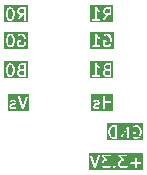
<source format=gbr>
%TF.GenerationSoftware,KiCad,Pcbnew,7.0.10*%
%TF.CreationDate,2024-02-19T15:37:38+07:00*%
%TF.ProjectId,PMOD2VGA,504d4f44-3256-4474-912e-6b696361645f,rev?*%
%TF.SameCoordinates,PX8c6db50PY50d2eb0*%
%TF.FileFunction,Legend,Bot*%
%TF.FilePolarity,Positive*%
%FSLAX46Y46*%
G04 Gerber Fmt 4.6, Leading zero omitted, Abs format (unit mm)*
G04 Created by KiCad (PCBNEW 7.0.10) date 2024-02-19 15:37:38*
%MOMM*%
%LPD*%
G01*
G04 APERTURE LIST*
%ADD10C,0.150000*%
G04 APERTURE END LIST*
D10*
G36*
X9928696Y11412324D02*
G01*
X7922693Y11412324D01*
X7922693Y11643205D01*
X8065550Y11643205D01*
X8074459Y11592681D01*
X8113759Y11559704D01*
X8139411Y11555181D01*
X8710839Y11555181D01*
X8759048Y11572728D01*
X8784700Y11617157D01*
X8775791Y11667681D01*
X8736491Y11700658D01*
X8710839Y11705181D01*
X8500125Y11705181D01*
X8500125Y11725420D01*
X9016792Y11725420D01*
X9022391Y11710037D01*
X9023818Y11693725D01*
X9033210Y11680311D01*
X9034339Y11677211D01*
X9036088Y11676202D01*
X9038758Y11672388D01*
X9086377Y11624768D01*
X9090441Y11622873D01*
X9092789Y11619052D01*
X9115694Y11606649D01*
X9258550Y11559030D01*
X9260185Y11559075D01*
X9282268Y11555181D01*
X9377506Y11555181D01*
X9379044Y11555742D01*
X9401223Y11559030D01*
X9544080Y11606649D01*
X9547592Y11609437D01*
X9552059Y11609827D01*
X9573396Y11624767D01*
X9668635Y11720007D01*
X9669326Y11721490D01*
X9682683Y11739498D01*
X9730302Y11834736D01*
X9730708Y11838265D01*
X9735981Y11850087D01*
X9783600Y12040563D01*
X9783239Y12044012D01*
X9785839Y12058753D01*
X9785839Y12201610D01*
X9784653Y12204868D01*
X9783600Y12219800D01*
X9735981Y12410276D01*
X9733992Y12413221D01*
X9730302Y12425627D01*
X9682683Y12520865D01*
X9681496Y12521989D01*
X9668634Y12540357D01*
X9573396Y12635595D01*
X9569332Y12637490D01*
X9566985Y12641311D01*
X9544080Y12653713D01*
X9401223Y12701332D01*
X9399588Y12701288D01*
X9377506Y12705181D01*
X9234649Y12705181D01*
X9230435Y12703648D01*
X9226074Y12704689D01*
X9201108Y12697263D01*
X9105870Y12649644D01*
X9070598Y12612390D01*
X9067523Y12561179D01*
X9098087Y12519974D01*
X9147985Y12508054D01*
X9172952Y12515480D01*
X9252354Y12555181D01*
X9365336Y12555181D01*
X9479849Y12517010D01*
X9553962Y12442897D01*
X9592455Y12365910D01*
X9635839Y12192376D01*
X9635839Y12067987D01*
X9592455Y11894453D01*
X9553961Y11817466D01*
X9479849Y11743353D01*
X9365336Y11705181D01*
X9294438Y11705181D01*
X9179925Y11743352D01*
X9166792Y11756486D01*
X9166792Y11983753D01*
X9282268Y11983753D01*
X9330477Y12001300D01*
X9356129Y12045729D01*
X9347220Y12096253D01*
X9307920Y12129230D01*
X9282268Y12133753D01*
X9091792Y12133753D01*
X9073483Y12127090D01*
X9054292Y12123705D01*
X9049941Y12118521D01*
X9043583Y12116206D01*
X9033840Y12099333D01*
X9021315Y12084405D01*
X9019597Y12074663D01*
X9017931Y12071777D01*
X9018509Y12068495D01*
X9016792Y12058753D01*
X9016792Y11725420D01*
X8500125Y11725420D01*
X8500125Y12401496D01*
X8562568Y12339053D01*
X8564049Y12338363D01*
X8582060Y12325004D01*
X8677298Y12277385D01*
X8728264Y12271520D01*
X8771077Y12299786D01*
X8785704Y12348961D01*
X8765301Y12396032D01*
X8744380Y12411549D01*
X8660028Y12453725D01*
X8578647Y12535106D01*
X8487529Y12671784D01*
X8484052Y12674339D01*
X8482578Y12678390D01*
X8463728Y12689274D01*
X8446187Y12702163D01*
X8441884Y12701886D01*
X8438149Y12704042D01*
X8416711Y12700262D01*
X8394991Y12698861D01*
X8391872Y12695882D01*
X8387625Y12695133D01*
X8373632Y12678458D01*
X8357894Y12663423D01*
X8357419Y12659137D01*
X8354648Y12655833D01*
X8350125Y12630181D01*
X8350125Y11705181D01*
X8139411Y11705181D01*
X8091202Y11687634D01*
X8065550Y11643205D01*
X7922693Y11643205D01*
X7922693Y12848038D01*
X9928696Y12848038D01*
X9928696Y11412324D01*
G37*
G36*
X9588220Y9205181D02*
G01*
X9299973Y9205181D01*
X9231457Y9239439D01*
X9201050Y9269847D01*
X9166792Y9338363D01*
X9166792Y9445810D01*
X9201050Y9514326D01*
X9227544Y9540820D01*
X9342057Y9578991D01*
X9588220Y9578991D01*
X9588220Y9205181D01*
G37*
G36*
X9588220Y9728991D02*
G01*
X9347592Y9728991D01*
X9279076Y9763249D01*
X9248669Y9793656D01*
X9214411Y9862172D01*
X9214411Y9922000D01*
X9248669Y9990516D01*
X9279076Y10020923D01*
X9347592Y10055181D01*
X9588220Y10055181D01*
X9588220Y9728991D01*
G37*
G36*
X9881077Y8912324D02*
G01*
X7922693Y8912324D01*
X7922693Y9143205D01*
X8065550Y9143205D01*
X8074459Y9092681D01*
X8113759Y9059704D01*
X8139411Y9055181D01*
X8710839Y9055181D01*
X8759048Y9072728D01*
X8784700Y9117157D01*
X8775791Y9167681D01*
X8736491Y9200658D01*
X8710839Y9205181D01*
X8500125Y9205181D01*
X8500125Y9320658D01*
X9016792Y9320658D01*
X9018325Y9316445D01*
X9017284Y9312084D01*
X9024710Y9287117D01*
X9072329Y9191879D01*
X9073517Y9190754D01*
X9086377Y9172388D01*
X9133996Y9124768D01*
X9135477Y9124078D01*
X9153489Y9110718D01*
X9248727Y9063099D01*
X9253180Y9062587D01*
X9256616Y9059704D01*
X9282268Y9055181D01*
X9663220Y9055181D01*
X9681528Y9061845D01*
X9700720Y9065229D01*
X9705070Y9070414D01*
X9711429Y9072728D01*
X9721171Y9089602D01*
X9733697Y9104529D01*
X9735414Y9114272D01*
X9737081Y9117157D01*
X9736502Y9120440D01*
X9738220Y9130181D01*
X9738220Y10130181D01*
X9731556Y10148490D01*
X9728172Y10167681D01*
X9722987Y10172032D01*
X9720673Y10178390D01*
X9703799Y10188133D01*
X9688872Y10200658D01*
X9679129Y10202376D01*
X9676244Y10204042D01*
X9672961Y10203464D01*
X9663220Y10205181D01*
X9329887Y10205181D01*
X9325673Y10203648D01*
X9321312Y10204689D01*
X9296346Y10197263D01*
X9201108Y10149644D01*
X9199982Y10148455D01*
X9181616Y10135595D01*
X9133997Y10087976D01*
X9133306Y10086495D01*
X9119948Y10068484D01*
X9072329Y9973246D01*
X9071816Y9968793D01*
X9068934Y9965357D01*
X9064411Y9939705D01*
X9064411Y9844467D01*
X9065944Y9840254D01*
X9064903Y9835893D01*
X9072329Y9810926D01*
X9119948Y9715688D01*
X9121137Y9714563D01*
X9133997Y9696196D01*
X9155806Y9674387D01*
X9155334Y9674345D01*
X9133997Y9659405D01*
X9086378Y9611786D01*
X9085687Y9610305D01*
X9072329Y9592294D01*
X9024710Y9497056D01*
X9024197Y9492603D01*
X9021315Y9489167D01*
X9016792Y9463515D01*
X9016792Y9320658D01*
X8500125Y9320658D01*
X8500125Y9901496D01*
X8562568Y9839053D01*
X8564049Y9838363D01*
X8582060Y9825004D01*
X8677298Y9777385D01*
X8728264Y9771520D01*
X8771077Y9799786D01*
X8785704Y9848961D01*
X8765301Y9896032D01*
X8744380Y9911549D01*
X8660028Y9953725D01*
X8578647Y10035106D01*
X8487529Y10171784D01*
X8484052Y10174339D01*
X8482578Y10178390D01*
X8463728Y10189274D01*
X8446187Y10202163D01*
X8441884Y10201886D01*
X8438149Y10204042D01*
X8416711Y10200262D01*
X8394991Y10198861D01*
X8391872Y10195882D01*
X8387625Y10195133D01*
X8373632Y10178458D01*
X8357894Y10163423D01*
X8357419Y10159137D01*
X8354648Y10155833D01*
X8350125Y10130181D01*
X8350125Y9205181D01*
X8139411Y9205181D01*
X8091202Y9187634D01*
X8065550Y9143205D01*
X7922693Y9143205D01*
X7922693Y10348038D01*
X9881077Y10348038D01*
X9881077Y8912324D01*
G37*
G36*
X9881077Y6162324D02*
G01*
X8016792Y6162324D01*
X8016792Y6523039D01*
X8159649Y6523039D01*
X8161182Y6518827D01*
X8160140Y6514465D01*
X8167567Y6489498D01*
X8215186Y6394259D01*
X8223339Y6386540D01*
X8227806Y6376235D01*
X8248727Y6360718D01*
X8343965Y6313099D01*
X8348418Y6312587D01*
X8351854Y6309704D01*
X8377506Y6305181D01*
X8567982Y6305181D01*
X8572195Y6306715D01*
X8576556Y6305673D01*
X8601523Y6313099D01*
X8696761Y6360718D01*
X8715189Y6380181D01*
X9016792Y6380181D01*
X9034339Y6331972D01*
X9078768Y6306320D01*
X9129292Y6315229D01*
X9162269Y6354529D01*
X9166792Y6380181D01*
X9166792Y6828991D01*
X9588220Y6828991D01*
X9588220Y6380181D01*
X9605767Y6331972D01*
X9650196Y6306320D01*
X9700720Y6315229D01*
X9733697Y6354529D01*
X9738220Y6380181D01*
X9738220Y7380181D01*
X9720673Y7428390D01*
X9676244Y7454042D01*
X9625720Y7445133D01*
X9592743Y7405833D01*
X9588220Y7380181D01*
X9588220Y6978991D01*
X9166792Y6978991D01*
X9166792Y7380181D01*
X9149245Y7428390D01*
X9104816Y7454042D01*
X9054292Y7445133D01*
X9021315Y7405833D01*
X9016792Y7380181D01*
X9016792Y6380181D01*
X8715189Y6380181D01*
X8732033Y6397972D01*
X8735108Y6449182D01*
X8704544Y6490388D01*
X8654645Y6502308D01*
X8629679Y6494882D01*
X8550277Y6455181D01*
X8395211Y6455181D01*
X8338169Y6483702D01*
X8309649Y6540744D01*
X8309649Y6552953D01*
X8338169Y6609995D01*
X8395211Y6638515D01*
X8520363Y6638515D01*
X8524576Y6640049D01*
X8528937Y6639007D01*
X8553904Y6646433D01*
X8649142Y6694052D01*
X8656861Y6702206D01*
X8667166Y6706672D01*
X8682683Y6727593D01*
X8730302Y6822831D01*
X8730814Y6827285D01*
X8733697Y6830720D01*
X8738220Y6856372D01*
X8738220Y6903991D01*
X8736686Y6908205D01*
X8737728Y6912566D01*
X8730302Y6937532D01*
X8682683Y7032770D01*
X8674529Y7040490D01*
X8670063Y7050794D01*
X8649142Y7066311D01*
X8553904Y7113930D01*
X8549450Y7114443D01*
X8546015Y7117325D01*
X8520363Y7121848D01*
X8377506Y7121848D01*
X8373292Y7120315D01*
X8368931Y7121356D01*
X8343965Y7113930D01*
X8248727Y7066311D01*
X8213455Y7029057D01*
X8210380Y6977846D01*
X8240944Y6936641D01*
X8290842Y6924721D01*
X8315809Y6932147D01*
X8395211Y6971848D01*
X8502658Y6971848D01*
X8559699Y6943328D01*
X8588220Y6886286D01*
X8588220Y6874077D01*
X8559699Y6817036D01*
X8502658Y6788515D01*
X8377506Y6788515D01*
X8373292Y6786982D01*
X8368931Y6788023D01*
X8343965Y6780597D01*
X8248727Y6732978D01*
X8241007Y6724825D01*
X8230703Y6720358D01*
X8215186Y6699437D01*
X8167567Y6604199D01*
X8167054Y6599746D01*
X8164172Y6596310D01*
X8159649Y6570658D01*
X8159649Y6523039D01*
X8016792Y6523039D01*
X8016792Y7596899D01*
X9881077Y7596899D01*
X9881077Y6162324D01*
G37*
G36*
X2770085Y6162324D02*
G01*
X957268Y6162324D01*
X957268Y6523039D01*
X1100125Y6523039D01*
X1101658Y6518827D01*
X1100616Y6514465D01*
X1108043Y6489498D01*
X1155662Y6394259D01*
X1163815Y6386540D01*
X1168282Y6376235D01*
X1189203Y6360718D01*
X1284441Y6313099D01*
X1288894Y6312587D01*
X1292330Y6309704D01*
X1317982Y6305181D01*
X1508458Y6305181D01*
X1512671Y6306715D01*
X1517032Y6305673D01*
X1541999Y6313099D01*
X1637237Y6360718D01*
X1672509Y6397972D01*
X1675584Y6449182D01*
X1645020Y6490388D01*
X1595121Y6502308D01*
X1570155Y6494882D01*
X1490753Y6455181D01*
X1335687Y6455181D01*
X1278645Y6483702D01*
X1250125Y6540744D01*
X1250125Y6552953D01*
X1278645Y6609995D01*
X1335687Y6638515D01*
X1460839Y6638515D01*
X1465052Y6640049D01*
X1469413Y6639007D01*
X1494380Y6646433D01*
X1589618Y6694052D01*
X1597337Y6702206D01*
X1607642Y6706672D01*
X1623159Y6727593D01*
X1670778Y6822831D01*
X1671290Y6827285D01*
X1674173Y6830720D01*
X1678696Y6856372D01*
X1678696Y6903991D01*
X1677162Y6908205D01*
X1678204Y6912566D01*
X1670778Y6937532D01*
X1623159Y7032770D01*
X1615005Y7040490D01*
X1610539Y7050794D01*
X1589618Y7066311D01*
X1494380Y7113930D01*
X1489926Y7114443D01*
X1486491Y7117325D01*
X1460839Y7121848D01*
X1317982Y7121848D01*
X1313768Y7120315D01*
X1309407Y7121356D01*
X1284441Y7113930D01*
X1189203Y7066311D01*
X1153931Y7029057D01*
X1150856Y6977846D01*
X1181420Y6936641D01*
X1231318Y6924721D01*
X1256285Y6932147D01*
X1335687Y6971848D01*
X1443134Y6971848D01*
X1500175Y6943328D01*
X1528696Y6886286D01*
X1528696Y6874077D01*
X1500175Y6817036D01*
X1443134Y6788515D01*
X1317982Y6788515D01*
X1313768Y6786982D01*
X1309407Y6788023D01*
X1284441Y6780597D01*
X1189203Y6732978D01*
X1181483Y6724825D01*
X1171179Y6720358D01*
X1155662Y6699437D01*
X1108043Y6604199D01*
X1107530Y6599746D01*
X1104648Y6596310D01*
X1100125Y6570658D01*
X1100125Y6523039D01*
X957268Y6523039D01*
X957268Y7382230D01*
X1814439Y7382230D01*
X1818260Y7356464D01*
X2151593Y6356464D01*
X2152935Y6354773D01*
X2152994Y6352614D01*
X2168743Y6334853D01*
X2183484Y6316278D01*
X2185597Y6315846D01*
X2187031Y6314229D01*
X2210501Y6310749D01*
X2233745Y6305992D01*
X2235644Y6307021D01*
X2237780Y6306704D01*
X2257993Y6319123D01*
X2278859Y6330421D01*
X2279652Y6332429D01*
X2281492Y6333559D01*
X2293895Y6356464D01*
X2627228Y7356464D01*
X2625827Y7407747D01*
X2591789Y7446133D01*
X2541041Y7453658D01*
X2497328Y7426803D01*
X2484926Y7403898D01*
X2222744Y6617352D01*
X1960562Y7403898D01*
X1928671Y7444084D01*
X1878410Y7454370D01*
X1833296Y7429941D01*
X1814439Y7382230D01*
X957268Y7382230D01*
X957268Y7597227D01*
X2770085Y7597227D01*
X2770085Y6162324D01*
G37*
G36*
X1273555Y10020923D02*
G01*
X1303962Y9990516D01*
X1342455Y9913529D01*
X1385839Y9739995D01*
X1385839Y9520368D01*
X1342455Y9346834D01*
X1303961Y9269847D01*
X1273554Y9239439D01*
X1205039Y9205181D01*
X1145211Y9205181D01*
X1076695Y9239439D01*
X1046288Y9269847D01*
X1007794Y9346834D01*
X964411Y9520368D01*
X964411Y9739995D01*
X1007794Y9913529D01*
X1046288Y9990516D01*
X1076695Y10020923D01*
X1145211Y10055181D01*
X1205039Y10055181D01*
X1273555Y10020923D01*
G37*
G36*
X2338220Y9205181D02*
G01*
X2049973Y9205181D01*
X1981457Y9239439D01*
X1951050Y9269847D01*
X1916792Y9338363D01*
X1916792Y9445810D01*
X1951050Y9514326D01*
X1977544Y9540820D01*
X2092057Y9578991D01*
X2338220Y9578991D01*
X2338220Y9205181D01*
G37*
G36*
X2338220Y9728991D02*
G01*
X2097592Y9728991D01*
X2029076Y9763249D01*
X1998669Y9793656D01*
X1964411Y9862172D01*
X1964411Y9922000D01*
X1998669Y9990516D01*
X2029076Y10020923D01*
X2097592Y10055181D01*
X2338220Y10055181D01*
X2338220Y9728991D01*
G37*
G36*
X2631077Y8912324D02*
G01*
X671554Y8912324D01*
X671554Y9511134D01*
X814411Y9511134D01*
X815596Y9507877D01*
X816650Y9492944D01*
X864269Y9302468D01*
X866257Y9299524D01*
X869948Y9287117D01*
X917567Y9191879D01*
X918755Y9190754D01*
X931615Y9172388D01*
X979234Y9124768D01*
X980715Y9124078D01*
X998727Y9110718D01*
X1093965Y9063099D01*
X1098418Y9062587D01*
X1101854Y9059704D01*
X1127506Y9055181D01*
X1222744Y9055181D01*
X1226957Y9056715D01*
X1231318Y9055673D01*
X1256285Y9063099D01*
X1351523Y9110718D01*
X1352647Y9111906D01*
X1371016Y9124768D01*
X1418634Y9172387D01*
X1419324Y9173869D01*
X1432683Y9191879D01*
X1480302Y9287117D01*
X1480708Y9290646D01*
X1485981Y9302468D01*
X1490529Y9320658D01*
X1766792Y9320658D01*
X1768325Y9316445D01*
X1767284Y9312084D01*
X1774710Y9287117D01*
X1822329Y9191879D01*
X1823517Y9190754D01*
X1836377Y9172388D01*
X1883996Y9124768D01*
X1885477Y9124078D01*
X1903489Y9110718D01*
X1998727Y9063099D01*
X2003180Y9062587D01*
X2006616Y9059704D01*
X2032268Y9055181D01*
X2413220Y9055181D01*
X2431528Y9061845D01*
X2450720Y9065229D01*
X2455070Y9070414D01*
X2461429Y9072728D01*
X2471171Y9089602D01*
X2483697Y9104529D01*
X2485414Y9114272D01*
X2487081Y9117157D01*
X2486502Y9120440D01*
X2488220Y9130181D01*
X2488220Y10130181D01*
X2481556Y10148490D01*
X2478172Y10167681D01*
X2472987Y10172032D01*
X2470673Y10178390D01*
X2453799Y10188133D01*
X2438872Y10200658D01*
X2429129Y10202376D01*
X2426244Y10204042D01*
X2422961Y10203464D01*
X2413220Y10205181D01*
X2079887Y10205181D01*
X2075673Y10203648D01*
X2071312Y10204689D01*
X2046346Y10197263D01*
X1951108Y10149644D01*
X1949982Y10148455D01*
X1931616Y10135595D01*
X1883997Y10087976D01*
X1883306Y10086495D01*
X1869948Y10068484D01*
X1822329Y9973246D01*
X1821816Y9968793D01*
X1818934Y9965357D01*
X1814411Y9939705D01*
X1814411Y9844467D01*
X1815944Y9840254D01*
X1814903Y9835893D01*
X1822329Y9810926D01*
X1869948Y9715688D01*
X1871137Y9714563D01*
X1883997Y9696196D01*
X1905806Y9674387D01*
X1905334Y9674345D01*
X1883997Y9659405D01*
X1836378Y9611786D01*
X1835687Y9610305D01*
X1822329Y9592294D01*
X1774710Y9497056D01*
X1774197Y9492603D01*
X1771315Y9489167D01*
X1766792Y9463515D01*
X1766792Y9320658D01*
X1490529Y9320658D01*
X1533600Y9492944D01*
X1533239Y9496393D01*
X1535839Y9511134D01*
X1535839Y9749229D01*
X1534653Y9752487D01*
X1533600Y9767419D01*
X1485981Y9957895D01*
X1483992Y9960840D01*
X1480302Y9973246D01*
X1432683Y10068484D01*
X1431493Y10069610D01*
X1418634Y10087976D01*
X1371015Y10135595D01*
X1369533Y10136286D01*
X1351523Y10149644D01*
X1256285Y10197263D01*
X1251831Y10197776D01*
X1248396Y10200658D01*
X1222744Y10205181D01*
X1127506Y10205181D01*
X1123292Y10203648D01*
X1118931Y10204689D01*
X1093965Y10197263D01*
X998727Y10149644D01*
X997601Y10148455D01*
X979235Y10135595D01*
X931616Y10087976D01*
X930925Y10086495D01*
X917567Y10068484D01*
X869948Y9973246D01*
X869541Y9969718D01*
X864269Y9957895D01*
X816650Y9767419D01*
X817010Y9763971D01*
X814411Y9749229D01*
X814411Y9511134D01*
X671554Y9511134D01*
X671554Y10348038D01*
X2631077Y10348038D01*
X2631077Y8912324D01*
G37*
G36*
X1273555Y12520923D02*
G01*
X1303962Y12490516D01*
X1342455Y12413529D01*
X1385839Y12239995D01*
X1385839Y12020368D01*
X1342455Y11846834D01*
X1303961Y11769847D01*
X1273554Y11739439D01*
X1205039Y11705181D01*
X1145211Y11705181D01*
X1076695Y11739439D01*
X1046288Y11769847D01*
X1007794Y11846834D01*
X964411Y12020368D01*
X964411Y12239995D01*
X1007794Y12413529D01*
X1046288Y12490516D01*
X1076695Y12520923D01*
X1145211Y12555181D01*
X1205039Y12555181D01*
X1273555Y12520923D01*
G37*
G36*
X2678696Y11412324D02*
G01*
X671554Y11412324D01*
X671554Y12011134D01*
X814411Y12011134D01*
X815596Y12007877D01*
X816650Y11992944D01*
X864269Y11802468D01*
X866257Y11799524D01*
X869948Y11787117D01*
X917567Y11691879D01*
X918755Y11690754D01*
X931615Y11672388D01*
X979234Y11624768D01*
X980715Y11624078D01*
X998727Y11610718D01*
X1093965Y11563099D01*
X1098418Y11562587D01*
X1101854Y11559704D01*
X1127506Y11555181D01*
X1222744Y11555181D01*
X1226957Y11556715D01*
X1231318Y11555673D01*
X1256285Y11563099D01*
X1351523Y11610718D01*
X1352647Y11611906D01*
X1371016Y11624768D01*
X1418634Y11672387D01*
X1419324Y11673869D01*
X1432683Y11691879D01*
X1449454Y11725420D01*
X1766792Y11725420D01*
X1772391Y11710037D01*
X1773818Y11693725D01*
X1783210Y11680311D01*
X1784339Y11677211D01*
X1786088Y11676202D01*
X1788758Y11672388D01*
X1836377Y11624768D01*
X1840441Y11622873D01*
X1842789Y11619052D01*
X1865694Y11606649D01*
X2008550Y11559030D01*
X2010185Y11559075D01*
X2032268Y11555181D01*
X2127506Y11555181D01*
X2129044Y11555742D01*
X2151223Y11559030D01*
X2294080Y11606649D01*
X2297592Y11609437D01*
X2302059Y11609827D01*
X2323396Y11624767D01*
X2418635Y11720007D01*
X2419326Y11721490D01*
X2432683Y11739498D01*
X2480302Y11834736D01*
X2480708Y11838265D01*
X2485981Y11850087D01*
X2533600Y12040563D01*
X2533239Y12044012D01*
X2535839Y12058753D01*
X2535839Y12201610D01*
X2534653Y12204868D01*
X2533600Y12219800D01*
X2485981Y12410276D01*
X2483992Y12413221D01*
X2480302Y12425627D01*
X2432683Y12520865D01*
X2431496Y12521989D01*
X2418634Y12540357D01*
X2323396Y12635595D01*
X2319332Y12637490D01*
X2316985Y12641311D01*
X2294080Y12653713D01*
X2151223Y12701332D01*
X2149588Y12701288D01*
X2127506Y12705181D01*
X1984649Y12705181D01*
X1980435Y12703648D01*
X1976074Y12704689D01*
X1951108Y12697263D01*
X1855870Y12649644D01*
X1820598Y12612390D01*
X1817523Y12561179D01*
X1848087Y12519974D01*
X1897985Y12508054D01*
X1922952Y12515480D01*
X2002354Y12555181D01*
X2115336Y12555181D01*
X2229849Y12517010D01*
X2303962Y12442897D01*
X2342455Y12365910D01*
X2385839Y12192376D01*
X2385839Y12067987D01*
X2342455Y11894453D01*
X2303961Y11817466D01*
X2229849Y11743353D01*
X2115336Y11705181D01*
X2044438Y11705181D01*
X1929925Y11743352D01*
X1916792Y11756486D01*
X1916792Y11983753D01*
X2032268Y11983753D01*
X2080477Y12001300D01*
X2106129Y12045729D01*
X2097220Y12096253D01*
X2057920Y12129230D01*
X2032268Y12133753D01*
X1841792Y12133753D01*
X1823483Y12127090D01*
X1804292Y12123705D01*
X1799941Y12118521D01*
X1793583Y12116206D01*
X1783840Y12099333D01*
X1771315Y12084405D01*
X1769597Y12074663D01*
X1767931Y12071777D01*
X1768509Y12068495D01*
X1766792Y12058753D01*
X1766792Y11725420D01*
X1449454Y11725420D01*
X1480302Y11787117D01*
X1480708Y11790646D01*
X1485981Y11802468D01*
X1533600Y11992944D01*
X1533239Y11996393D01*
X1535839Y12011134D01*
X1535839Y12249229D01*
X1534653Y12252487D01*
X1533600Y12267419D01*
X1485981Y12457895D01*
X1483992Y12460840D01*
X1480302Y12473246D01*
X1432683Y12568484D01*
X1431493Y12569610D01*
X1418634Y12587976D01*
X1371015Y12635595D01*
X1369533Y12636286D01*
X1351523Y12649644D01*
X1256285Y12697263D01*
X1251831Y12697776D01*
X1248396Y12700658D01*
X1222744Y12705181D01*
X1127506Y12705181D01*
X1123292Y12703648D01*
X1118931Y12704689D01*
X1093965Y12697263D01*
X998727Y12649644D01*
X997601Y12648455D01*
X979235Y12635595D01*
X931616Y12587976D01*
X930925Y12586495D01*
X917567Y12568484D01*
X869948Y12473246D01*
X869541Y12469718D01*
X864269Y12457895D01*
X816650Y12267419D01*
X817010Y12263971D01*
X814411Y12249229D01*
X814411Y12011134D01*
X671554Y12011134D01*
X671554Y12848038D01*
X2678696Y12848038D01*
X2678696Y11412324D01*
G37*
G36*
X9588220Y14431372D02*
G01*
X9299973Y14431372D01*
X9231457Y14465630D01*
X9201050Y14496037D01*
X9166792Y14564553D01*
X9166792Y14672000D01*
X9201050Y14740516D01*
X9231457Y14770923D01*
X9299973Y14805181D01*
X9588220Y14805181D01*
X9588220Y14431372D01*
G37*
G36*
X9881077Y13662324D02*
G01*
X7922693Y13662324D01*
X7922693Y13893205D01*
X8065550Y13893205D01*
X8074459Y13842681D01*
X8113759Y13809704D01*
X8139411Y13805181D01*
X8710839Y13805181D01*
X8759048Y13822728D01*
X8784700Y13867157D01*
X8775791Y13917681D01*
X8736491Y13950658D01*
X8710839Y13955181D01*
X8500125Y13955181D01*
X8500125Y14651496D01*
X8562568Y14589053D01*
X8564049Y14588363D01*
X8582060Y14575004D01*
X8677298Y14527385D01*
X8728264Y14521520D01*
X8766627Y14546848D01*
X9016792Y14546848D01*
X9018325Y14542635D01*
X9017284Y14538274D01*
X9024710Y14513307D01*
X9072329Y14418069D01*
X9073518Y14416944D01*
X9086378Y14398577D01*
X9133997Y14350958D01*
X9135478Y14350267D01*
X9153489Y14336909D01*
X9248727Y14289290D01*
X9253180Y14288778D01*
X9256616Y14285895D01*
X9281207Y14281560D01*
X9030350Y13923191D01*
X9017079Y13873634D01*
X9038766Y13827140D01*
X9085266Y13805465D01*
X9134819Y13818750D01*
X9153234Y13837171D01*
X9464174Y14281372D01*
X9588220Y14281372D01*
X9588220Y13880181D01*
X9605767Y13831972D01*
X9650196Y13806320D01*
X9700720Y13815229D01*
X9733697Y13854529D01*
X9738220Y13880181D01*
X9738220Y14880181D01*
X9731556Y14898490D01*
X9728172Y14917681D01*
X9722987Y14922032D01*
X9720673Y14928390D01*
X9703799Y14938133D01*
X9688872Y14950658D01*
X9679129Y14952376D01*
X9676244Y14954042D01*
X9672961Y14953464D01*
X9663220Y14955181D01*
X9282268Y14955181D01*
X9278054Y14953648D01*
X9273693Y14954689D01*
X9248727Y14947263D01*
X9153489Y14899644D01*
X9152363Y14898455D01*
X9133997Y14885595D01*
X9086378Y14837976D01*
X9085687Y14836495D01*
X9072329Y14818484D01*
X9024710Y14723246D01*
X9024197Y14718793D01*
X9021315Y14715357D01*
X9016792Y14689705D01*
X9016792Y14546848D01*
X8766627Y14546848D01*
X8771077Y14549786D01*
X8785704Y14598961D01*
X8765301Y14646032D01*
X8744380Y14661549D01*
X8660028Y14703725D01*
X8578647Y14785106D01*
X8487529Y14921784D01*
X8484052Y14924339D01*
X8482578Y14928390D01*
X8463728Y14939274D01*
X8446187Y14952163D01*
X8441884Y14951886D01*
X8438149Y14954042D01*
X8416711Y14950262D01*
X8394991Y14948861D01*
X8391872Y14945882D01*
X8387625Y14945133D01*
X8373632Y14928458D01*
X8357894Y14913423D01*
X8357419Y14909137D01*
X8354648Y14905833D01*
X8350125Y14880181D01*
X8350125Y13955181D01*
X8139411Y13955181D01*
X8091202Y13937634D01*
X8065550Y13893205D01*
X7922693Y13893205D01*
X7922693Y15098038D01*
X9881077Y15098038D01*
X9881077Y13662324D01*
G37*
G36*
X1273555Y14770923D02*
G01*
X1303962Y14740516D01*
X1342455Y14663529D01*
X1385839Y14489995D01*
X1385839Y14270368D01*
X1342455Y14096834D01*
X1303961Y14019847D01*
X1273554Y13989439D01*
X1205039Y13955181D01*
X1145211Y13955181D01*
X1076695Y13989439D01*
X1046288Y14019847D01*
X1007794Y14096834D01*
X964411Y14270368D01*
X964411Y14489995D01*
X1007794Y14663529D01*
X1046288Y14740516D01*
X1076695Y14770923D01*
X1145211Y14805181D01*
X1205039Y14805181D01*
X1273555Y14770923D01*
G37*
G36*
X2338220Y14431372D02*
G01*
X2049973Y14431372D01*
X1981457Y14465630D01*
X1951050Y14496037D01*
X1916792Y14564553D01*
X1916792Y14672000D01*
X1951050Y14740516D01*
X1981457Y14770923D01*
X2049973Y14805181D01*
X2338220Y14805181D01*
X2338220Y14431372D01*
G37*
G36*
X2631077Y13662324D02*
G01*
X671554Y13662324D01*
X671554Y14261134D01*
X814411Y14261134D01*
X815596Y14257877D01*
X816650Y14242944D01*
X864269Y14052468D01*
X866257Y14049524D01*
X869948Y14037117D01*
X917567Y13941879D01*
X918755Y13940754D01*
X931615Y13922388D01*
X979234Y13874768D01*
X980715Y13874078D01*
X998727Y13860718D01*
X1093965Y13813099D01*
X1098418Y13812587D01*
X1101854Y13809704D01*
X1127506Y13805181D01*
X1222744Y13805181D01*
X1226957Y13806715D01*
X1231318Y13805673D01*
X1256285Y13813099D01*
X1351523Y13860718D01*
X1352647Y13861906D01*
X1371016Y13874768D01*
X1418634Y13922387D01*
X1419324Y13923869D01*
X1432683Y13941879D01*
X1480302Y14037117D01*
X1480708Y14040646D01*
X1485981Y14052468D01*
X1533600Y14242944D01*
X1533239Y14246393D01*
X1535839Y14261134D01*
X1535839Y14499229D01*
X1534653Y14502487D01*
X1533600Y14517419D01*
X1526243Y14546848D01*
X1766792Y14546848D01*
X1768325Y14542635D01*
X1767284Y14538274D01*
X1774710Y14513307D01*
X1822329Y14418069D01*
X1823518Y14416944D01*
X1836378Y14398577D01*
X1883997Y14350958D01*
X1885478Y14350267D01*
X1903489Y14336909D01*
X1998727Y14289290D01*
X2003180Y14288778D01*
X2006616Y14285895D01*
X2031207Y14281560D01*
X1780350Y13923191D01*
X1767079Y13873634D01*
X1788766Y13827140D01*
X1835266Y13805465D01*
X1884819Y13818750D01*
X1903234Y13837171D01*
X2214174Y14281372D01*
X2338220Y14281372D01*
X2338220Y13880181D01*
X2355767Y13831972D01*
X2400196Y13806320D01*
X2450720Y13815229D01*
X2483697Y13854529D01*
X2488220Y13880181D01*
X2488220Y14880181D01*
X2481556Y14898490D01*
X2478172Y14917681D01*
X2472987Y14922032D01*
X2470673Y14928390D01*
X2453799Y14938133D01*
X2438872Y14950658D01*
X2429129Y14952376D01*
X2426244Y14954042D01*
X2422961Y14953464D01*
X2413220Y14955181D01*
X2032268Y14955181D01*
X2028054Y14953648D01*
X2023693Y14954689D01*
X1998727Y14947263D01*
X1903489Y14899644D01*
X1902363Y14898455D01*
X1883997Y14885595D01*
X1836378Y14837976D01*
X1835687Y14836495D01*
X1822329Y14818484D01*
X1774710Y14723246D01*
X1774197Y14718793D01*
X1771315Y14715357D01*
X1766792Y14689705D01*
X1766792Y14546848D01*
X1526243Y14546848D01*
X1485981Y14707895D01*
X1483992Y14710840D01*
X1480302Y14723246D01*
X1432683Y14818484D01*
X1431493Y14819610D01*
X1418634Y14837976D01*
X1371015Y14885595D01*
X1369533Y14886286D01*
X1351523Y14899644D01*
X1256285Y14947263D01*
X1251831Y14947776D01*
X1248396Y14950658D01*
X1222744Y14955181D01*
X1127506Y14955181D01*
X1123292Y14953648D01*
X1118931Y14954689D01*
X1093965Y14947263D01*
X998727Y14899644D01*
X997601Y14898455D01*
X979235Y14885595D01*
X931616Y14837976D01*
X930925Y14836495D01*
X917567Y14818484D01*
X869948Y14723246D01*
X869541Y14719718D01*
X864269Y14707895D01*
X816650Y14517419D01*
X817010Y14513971D01*
X814411Y14499229D01*
X814411Y14261134D01*
X671554Y14261134D01*
X671554Y15098038D01*
X2631077Y15098038D01*
X2631077Y13662324D01*
G37*
G36*
X10040601Y3955181D02*
G01*
X9889676Y3955181D01*
X9775163Y3993352D01*
X9701050Y4067466D01*
X9662556Y4144453D01*
X9619173Y4317987D01*
X9619173Y4442376D01*
X9662556Y4615910D01*
X9701050Y4692897D01*
X9775163Y4767010D01*
X9889676Y4805181D01*
X10040601Y4805181D01*
X10040601Y3955181D01*
G37*
G36*
X12428696Y3662324D02*
G01*
X9326316Y3662324D01*
X9326316Y4308753D01*
X9469173Y4308753D01*
X9470358Y4305496D01*
X9471412Y4290563D01*
X9519031Y4100087D01*
X9521019Y4097143D01*
X9524710Y4084736D01*
X9572329Y3989498D01*
X9573515Y3988375D01*
X9586378Y3970006D01*
X9681616Y3874767D01*
X9685680Y3872872D01*
X9688027Y3869052D01*
X9710932Y3856649D01*
X9853788Y3809030D01*
X9855423Y3809075D01*
X9877506Y3805181D01*
X10115601Y3805181D01*
X10133909Y3811845D01*
X10153101Y3815229D01*
X10157451Y3820414D01*
X10163810Y3822728D01*
X10173552Y3839602D01*
X10186078Y3854529D01*
X10187795Y3864272D01*
X10189462Y3867157D01*
X10188883Y3870440D01*
X10190601Y3880181D01*
X10516792Y3880181D01*
X10519163Y3873665D01*
X10517990Y3866829D01*
X10527729Y3850132D01*
X10534339Y3831972D01*
X10540344Y3828505D01*
X10543839Y3822513D01*
X10562030Y3815984D01*
X10578768Y3806320D01*
X10585599Y3807525D01*
X10592126Y3805182D01*
X10610257Y3811873D01*
X10629292Y3815229D01*
X10633749Y3820542D01*
X10640256Y3822942D01*
X10656910Y3842971D01*
X11088220Y4597765D01*
X11088220Y3880181D01*
X11105767Y3831972D01*
X11150196Y3806320D01*
X11200720Y3815229D01*
X11233697Y3854529D01*
X11238220Y3880181D01*
X11238220Y3975420D01*
X11516792Y3975420D01*
X11522391Y3960037D01*
X11523818Y3943725D01*
X11533210Y3930311D01*
X11534339Y3927211D01*
X11536088Y3926202D01*
X11538758Y3922388D01*
X11586377Y3874768D01*
X11590441Y3872873D01*
X11592789Y3869052D01*
X11615694Y3856649D01*
X11758550Y3809030D01*
X11760185Y3809075D01*
X11782268Y3805181D01*
X11877506Y3805181D01*
X11879044Y3805742D01*
X11901223Y3809030D01*
X12044080Y3856649D01*
X12047592Y3859437D01*
X12052059Y3859827D01*
X12073396Y3874767D01*
X12168635Y3970007D01*
X12169326Y3971490D01*
X12182683Y3989498D01*
X12230302Y4084736D01*
X12230708Y4088265D01*
X12235981Y4100087D01*
X12283600Y4290563D01*
X12283239Y4294012D01*
X12285839Y4308753D01*
X12285839Y4451610D01*
X12284653Y4454868D01*
X12283600Y4469800D01*
X12235981Y4660276D01*
X12233992Y4663221D01*
X12230302Y4675627D01*
X12182683Y4770865D01*
X12181496Y4771989D01*
X12168634Y4790357D01*
X12073396Y4885595D01*
X12069332Y4887490D01*
X12066985Y4891311D01*
X12044080Y4903713D01*
X11901223Y4951332D01*
X11899588Y4951288D01*
X11877506Y4955181D01*
X11734649Y4955181D01*
X11730435Y4953648D01*
X11726074Y4954689D01*
X11701108Y4947263D01*
X11605870Y4899644D01*
X11570598Y4862390D01*
X11567523Y4811179D01*
X11598087Y4769974D01*
X11647985Y4758054D01*
X11672952Y4765480D01*
X11752354Y4805181D01*
X11865336Y4805181D01*
X11979849Y4767010D01*
X12053962Y4692897D01*
X12092455Y4615910D01*
X12135839Y4442376D01*
X12135839Y4317987D01*
X12092455Y4144453D01*
X12053961Y4067466D01*
X11979849Y3993353D01*
X11865336Y3955181D01*
X11794438Y3955181D01*
X11679925Y3993352D01*
X11666792Y4006486D01*
X11666792Y4233753D01*
X11782268Y4233753D01*
X11830477Y4251300D01*
X11856129Y4295729D01*
X11847220Y4346253D01*
X11807920Y4379230D01*
X11782268Y4383753D01*
X11591792Y4383753D01*
X11573483Y4377090D01*
X11554292Y4373705D01*
X11549941Y4368521D01*
X11543583Y4366206D01*
X11533840Y4349333D01*
X11521315Y4334405D01*
X11519597Y4324663D01*
X11517931Y4321777D01*
X11518509Y4318495D01*
X11516792Y4308753D01*
X11516792Y3975420D01*
X11238220Y3975420D01*
X11238220Y4880181D01*
X11235847Y4886699D01*
X11237022Y4893534D01*
X11227282Y4910232D01*
X11220673Y4928390D01*
X11214668Y4931858D01*
X11211173Y4937849D01*
X11192981Y4944379D01*
X11176244Y4954042D01*
X11169412Y4952838D01*
X11162886Y4955180D01*
X11144754Y4948490D01*
X11125720Y4945133D01*
X11121262Y4939821D01*
X11114756Y4937420D01*
X11098102Y4917392D01*
X10666792Y4162598D01*
X10666792Y4880181D01*
X10649245Y4928390D01*
X10604816Y4954042D01*
X10554292Y4945133D01*
X10521315Y4905833D01*
X10516792Y4880181D01*
X10516792Y3880181D01*
X10190601Y3880181D01*
X10190601Y4880181D01*
X10183937Y4898490D01*
X10180553Y4917681D01*
X10175368Y4922032D01*
X10173054Y4928390D01*
X10156180Y4938133D01*
X10141253Y4950658D01*
X10131510Y4952376D01*
X10128625Y4954042D01*
X10125342Y4953464D01*
X10115601Y4955181D01*
X9877506Y4955181D01*
X9875968Y4954622D01*
X9853788Y4951332D01*
X9710932Y4903713D01*
X9707421Y4900927D01*
X9702953Y4900536D01*
X9681616Y4885595D01*
X9586378Y4790357D01*
X9585687Y4788876D01*
X9572329Y4770865D01*
X9524710Y4675627D01*
X9524303Y4672099D01*
X9519031Y4660276D01*
X9471412Y4469800D01*
X9471772Y4466352D01*
X9469173Y4451610D01*
X9469173Y4308753D01*
X9326316Y4308753D01*
X9326316Y5098038D01*
X12428696Y5098038D01*
X12428696Y3662324D01*
G37*
G36*
X12379938Y1162324D02*
G01*
X7802535Y1162324D01*
X7802535Y2382230D01*
X7945392Y2382230D01*
X7949213Y2356464D01*
X8282546Y1356464D01*
X8283888Y1354773D01*
X8283947Y1352614D01*
X8299696Y1334853D01*
X8314437Y1316278D01*
X8316550Y1315846D01*
X8317984Y1314229D01*
X8341454Y1310749D01*
X8364698Y1305992D01*
X8366597Y1307021D01*
X8368733Y1306704D01*
X8388946Y1319123D01*
X8409812Y1330421D01*
X8410605Y1332429D01*
X8412445Y1333559D01*
X8424848Y1356464D01*
X8496246Y1570658D01*
X8897745Y1570658D01*
X8899278Y1566445D01*
X8898237Y1562084D01*
X8905663Y1537117D01*
X8953282Y1441879D01*
X8954470Y1440754D01*
X8967330Y1422388D01*
X9014949Y1374768D01*
X9016430Y1374078D01*
X9034442Y1360718D01*
X9129680Y1313099D01*
X9134133Y1312587D01*
X9137569Y1309704D01*
X9163221Y1305181D01*
X9448935Y1305181D01*
X9453148Y1306715D01*
X9457509Y1305673D01*
X9482476Y1313099D01*
X9577714Y1360718D01*
X9578838Y1361906D01*
X9597207Y1374768D01*
X9644825Y1422387D01*
X9650397Y1434336D01*
X9850411Y1434336D01*
X9855453Y1415516D01*
X9857152Y1396104D01*
X9862825Y1388002D01*
X9863688Y1384781D01*
X9866419Y1382869D01*
X9872092Y1374767D01*
X9919711Y1327148D01*
X9937369Y1318915D01*
X9953333Y1307736D01*
X9956749Y1308035D01*
X9959720Y1306320D01*
X9963099Y1306916D01*
X9966207Y1305467D01*
X9985026Y1310510D01*
X10004440Y1312208D01*
X10008253Y1314878D01*
X10010244Y1315229D01*
X10012365Y1317758D01*
X10012542Y1317882D01*
X10015762Y1318744D01*
X10017673Y1321474D01*
X10025777Y1327148D01*
X10073396Y1374767D01*
X10081630Y1392426D01*
X10092807Y1408388D01*
X10092217Y1415131D01*
X10095077Y1421263D01*
X10090034Y1440082D01*
X10088337Y1459495D01*
X10082662Y1467600D01*
X10081800Y1470818D01*
X10079070Y1472730D01*
X10073396Y1480833D01*
X10025778Y1528452D01*
X10008120Y1536686D01*
X9992155Y1547865D01*
X9988738Y1547567D01*
X9985768Y1549281D01*
X9982388Y1548686D01*
X9979281Y1550134D01*
X9960461Y1545092D01*
X9941047Y1543393D01*
X9937233Y1540723D01*
X9935244Y1540372D01*
X9933122Y1537845D01*
X9932944Y1537720D01*
X9929726Y1536857D01*
X9927814Y1534128D01*
X9919710Y1528452D01*
X9872091Y1480832D01*
X9863857Y1463175D01*
X9852680Y1447211D01*
X9853270Y1440468D01*
X9850411Y1434336D01*
X9650397Y1434336D01*
X9666506Y1468884D01*
X9653228Y1518439D01*
X9611203Y1547865D01*
X9560095Y1543393D01*
X9538758Y1528452D01*
X9499745Y1489439D01*
X9431230Y1455181D01*
X9180926Y1455181D01*
X9112410Y1489439D01*
X9082003Y1519847D01*
X9056597Y1570658D01*
X10326316Y1570658D01*
X10327849Y1566445D01*
X10326808Y1562084D01*
X10334234Y1537117D01*
X10381853Y1441879D01*
X10383041Y1440754D01*
X10395901Y1422388D01*
X10443520Y1374768D01*
X10445001Y1374078D01*
X10463013Y1360718D01*
X10558251Y1313099D01*
X10562704Y1312587D01*
X10566140Y1309704D01*
X10591792Y1305181D01*
X10877506Y1305181D01*
X10881719Y1306715D01*
X10886080Y1305673D01*
X10911047Y1313099D01*
X11006285Y1360718D01*
X11007409Y1361906D01*
X11025778Y1374768D01*
X11073396Y1422387D01*
X11095077Y1468884D01*
X11081799Y1518439D01*
X11039774Y1547865D01*
X10988666Y1543393D01*
X10967329Y1528452D01*
X10928316Y1489439D01*
X10859801Y1455181D01*
X10609497Y1455181D01*
X10540981Y1489439D01*
X10510574Y1519847D01*
X10476316Y1588363D01*
X10476316Y1774158D01*
X11327455Y1774158D01*
X11336364Y1723634D01*
X11375664Y1690657D01*
X11401316Y1686134D01*
X11707268Y1686134D01*
X11707268Y1380181D01*
X11724815Y1331972D01*
X11769244Y1306320D01*
X11819768Y1315229D01*
X11852745Y1354529D01*
X11857268Y1380181D01*
X11857268Y1686134D01*
X12163220Y1686134D01*
X12211429Y1703681D01*
X12237081Y1748110D01*
X12228172Y1798634D01*
X12188872Y1831611D01*
X12163220Y1836134D01*
X11857268Y1836134D01*
X11857268Y2142086D01*
X11839721Y2190295D01*
X11795292Y2215947D01*
X11744768Y2207038D01*
X11711791Y2167738D01*
X11707268Y2142086D01*
X11707268Y1836134D01*
X11401316Y1836134D01*
X11353107Y1818587D01*
X11327455Y1774158D01*
X10476316Y1774158D01*
X10476316Y1791048D01*
X10510574Y1859564D01*
X10540981Y1889971D01*
X10609497Y1924229D01*
X10734649Y1924229D01*
X10753648Y1931145D01*
X10773485Y1935067D01*
X10777235Y1939730D01*
X10782858Y1941776D01*
X10792967Y1959286D01*
X10805642Y1975041D01*
X10805518Y1981024D01*
X10808510Y1986205D01*
X10804998Y2006119D01*
X10804580Y2026333D01*
X10800140Y2033667D01*
X10799601Y2036729D01*
X10796931Y2038969D01*
X10791092Y2048617D01*
X10566598Y2305181D01*
X11020363Y2305181D01*
X11068572Y2322728D01*
X11094224Y2367157D01*
X11085315Y2417681D01*
X11046015Y2450658D01*
X11020363Y2455181D01*
X10401316Y2455181D01*
X10382316Y2448266D01*
X10362480Y2444343D01*
X10358729Y2439681D01*
X10353107Y2437634D01*
X10342996Y2420123D01*
X10330323Y2404368D01*
X10330446Y2398387D01*
X10327455Y2393205D01*
X10330966Y2373292D01*
X10331385Y2353077D01*
X10335824Y2345744D01*
X10336364Y2342681D01*
X10339033Y2340442D01*
X10344873Y2330793D01*
X10572568Y2070570D01*
X10558251Y2066311D01*
X10463013Y2018692D01*
X10461887Y2017503D01*
X10443521Y2004643D01*
X10395902Y1957024D01*
X10395211Y1955543D01*
X10381853Y1937532D01*
X10334234Y1842294D01*
X10333721Y1837841D01*
X10330839Y1834405D01*
X10326316Y1808753D01*
X10326316Y1570658D01*
X9056597Y1570658D01*
X9047745Y1588363D01*
X9047745Y1791048D01*
X9082003Y1859564D01*
X9112410Y1889971D01*
X9180926Y1924229D01*
X9306078Y1924229D01*
X9325077Y1931145D01*
X9344914Y1935067D01*
X9348664Y1939730D01*
X9354287Y1941776D01*
X9364396Y1959286D01*
X9377071Y1975041D01*
X9376947Y1981024D01*
X9379939Y1986205D01*
X9376427Y2006119D01*
X9376009Y2026333D01*
X9371569Y2033667D01*
X9371030Y2036729D01*
X9368360Y2038969D01*
X9362521Y2048617D01*
X9138027Y2305181D01*
X9591792Y2305181D01*
X9640001Y2322728D01*
X9665653Y2367157D01*
X9656744Y2417681D01*
X9617444Y2450658D01*
X9591792Y2455181D01*
X8972745Y2455181D01*
X8953745Y2448266D01*
X8933909Y2444343D01*
X8930158Y2439681D01*
X8924536Y2437634D01*
X8914425Y2420123D01*
X8901752Y2404368D01*
X8901875Y2398387D01*
X8898884Y2393205D01*
X8902395Y2373292D01*
X8902814Y2353077D01*
X8907253Y2345744D01*
X8907793Y2342681D01*
X8910462Y2340442D01*
X8916302Y2330793D01*
X9143997Y2070570D01*
X9129680Y2066311D01*
X9034442Y2018692D01*
X9033316Y2017503D01*
X9014950Y2004643D01*
X8967331Y1957024D01*
X8966640Y1955543D01*
X8953282Y1937532D01*
X8905663Y1842294D01*
X8905150Y1837841D01*
X8902268Y1834405D01*
X8897745Y1808753D01*
X8897745Y1570658D01*
X8496246Y1570658D01*
X8758181Y2356464D01*
X8756780Y2407747D01*
X8722742Y2446133D01*
X8671994Y2453658D01*
X8628281Y2426803D01*
X8615879Y2403898D01*
X8353697Y1617352D01*
X8091515Y2403898D01*
X8059624Y2444084D01*
X8009363Y2454370D01*
X7964249Y2429941D01*
X7945392Y2382230D01*
X7802535Y2382230D01*
X7802535Y2598038D01*
X12379938Y2598038D01*
X12379938Y1162324D01*
G37*
M02*

</source>
